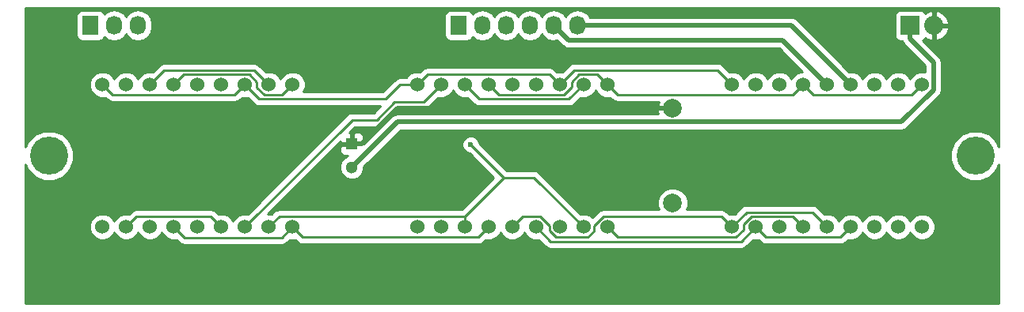
<source format=gtl>
G04 #@! TF.FileFunction,Copper,L1,Top,Signal*
%FSLAX46Y46*%
G04 Gerber Fmt 4.6, Leading zero omitted, Abs format (unit mm)*
G04 Created by KiCad (PCBNEW (2015-07-22 BZR 5980)-product) date Thursday, August 27, 2015 'AMt' 07:54:42 AM*
%MOMM*%
G01*
G04 APERTURE LIST*
%ADD10C,0.100000*%
%ADD11R,1.300000X1.300000*%
%ADD12C,1.300000*%
%ADD13R,1.727200X2.032000*%
%ADD14O,1.727200X2.032000*%
%ADD15R,2.032000X2.032000*%
%ADD16O,2.032000X2.032000*%
%ADD17C,4.064000*%
%ADD18C,1.998980*%
%ADD19C,1.524000*%
%ADD20C,0.600000*%
%ADD21C,0.250000*%
%ADD22C,0.500000*%
%ADD23C,0.254000*%
G04 APERTURE END LIST*
D10*
D11*
X114300000Y-106680000D03*
D12*
X114300000Y-109180000D03*
D13*
X86360000Y-93980000D03*
D14*
X88900000Y-93980000D03*
X91440000Y-93980000D03*
D13*
X125730000Y-93980000D03*
D14*
X128270000Y-93980000D03*
X130810000Y-93980000D03*
X133350000Y-93980000D03*
X135890000Y-93980000D03*
X138430000Y-93980000D03*
D15*
X173990000Y-93980000D03*
D16*
X176530000Y-93980000D03*
D17*
X180975000Y-107950000D03*
X81915000Y-107950000D03*
D18*
X148590000Y-102870000D03*
X148590000Y-113030000D03*
D19*
X87630000Y-115570000D03*
X90170000Y-115570000D03*
X92710000Y-115570000D03*
X95250000Y-115570000D03*
X97790000Y-115570000D03*
X100330000Y-115570000D03*
X102870000Y-115570000D03*
X105410000Y-115570000D03*
X107950000Y-115570000D03*
X107950000Y-100330000D03*
X105410000Y-100330000D03*
X102870000Y-100330000D03*
X100330000Y-100330000D03*
X97790000Y-100330000D03*
X95250000Y-100330000D03*
X92710000Y-100330000D03*
X90170000Y-100330000D03*
X87630000Y-100330000D03*
X121285000Y-115570000D03*
X123825000Y-115570000D03*
X126365000Y-115570000D03*
X128905000Y-115570000D03*
X131445000Y-115570000D03*
X133985000Y-115570000D03*
X136525000Y-115570000D03*
X139065000Y-115570000D03*
X141605000Y-115570000D03*
X141605000Y-100330000D03*
X139065000Y-100330000D03*
X136525000Y-100330000D03*
X133985000Y-100330000D03*
X131445000Y-100330000D03*
X128905000Y-100330000D03*
X126365000Y-100330000D03*
X123825000Y-100330000D03*
X121285000Y-100330000D03*
X154940000Y-115570000D03*
X157480000Y-115570000D03*
X160020000Y-115570000D03*
X162560000Y-115570000D03*
X165100000Y-115570000D03*
X167640000Y-115570000D03*
X170180000Y-115570000D03*
X172720000Y-115570000D03*
X175260000Y-115570000D03*
X175260000Y-100330000D03*
X172720000Y-100330000D03*
X170180000Y-100330000D03*
X167640000Y-100330000D03*
X165100000Y-100330000D03*
X162560000Y-100330000D03*
X160020000Y-100330000D03*
X157480000Y-100330000D03*
X154940000Y-100330000D03*
D20*
X127019400Y-106759100D03*
D21*
X156499300Y-114010700D02*
X154940000Y-115570000D01*
X163540700Y-114010700D02*
X156499300Y-114010700D01*
X165100000Y-115570000D02*
X163540700Y-114010700D01*
X132532400Y-114482600D02*
X131445000Y-115570000D01*
X134457300Y-114482600D02*
X132532400Y-114482600D01*
X135414300Y-115439600D02*
X134457300Y-114482600D01*
X135414300Y-115997100D02*
X135414300Y-115439600D01*
X136112800Y-116695600D02*
X135414300Y-115997100D01*
X139540100Y-116695600D02*
X136112800Y-116695600D01*
X140152400Y-116083300D02*
X139540100Y-116695600D01*
X140152400Y-115475000D02*
X140152400Y-116083300D01*
X141166100Y-114461300D02*
X140152400Y-115475000D01*
X153831300Y-114461300D02*
X141166100Y-114461300D01*
X154940000Y-115570000D02*
X153831300Y-114461300D01*
X91263100Y-114476900D02*
X90170000Y-115570000D01*
X99236900Y-114476900D02*
X91263100Y-114476900D01*
X100330000Y-115570000D02*
X99236900Y-114476900D01*
X158599500Y-116689500D02*
X157480000Y-115570000D01*
X166520500Y-116689500D02*
X158599500Y-116689500D01*
X167640000Y-115570000D02*
X166520500Y-116689500D01*
X155902500Y-117147500D02*
X157480000Y-115570000D01*
X135562500Y-117147500D02*
X155902500Y-117147500D01*
X133985000Y-115570000D02*
X135562500Y-117147500D01*
X127019400Y-106759100D02*
X130526900Y-110266600D01*
X133761600Y-110266600D02*
X139065000Y-115570000D01*
X130526900Y-110266600D02*
X133761600Y-110266600D01*
X106539600Y-114440400D02*
X105410000Y-115570000D01*
X126365000Y-114440400D02*
X106539600Y-114440400D01*
X126365000Y-114428500D02*
X126365000Y-114440400D01*
X130526900Y-110266600D02*
X126365000Y-114428500D01*
X126365000Y-114440400D02*
X126365000Y-115570000D01*
X161451100Y-114461100D02*
X162560000Y-115570000D01*
X157035700Y-114461100D02*
X161451100Y-114461100D01*
X156210000Y-115286800D02*
X157035700Y-114461100D01*
X156210000Y-115870000D02*
X156210000Y-115286800D01*
X155384400Y-116695600D02*
X156210000Y-115870000D01*
X142730600Y-116695600D02*
X155384400Y-116695600D01*
X141605000Y-115570000D02*
X142730600Y-116695600D01*
X109060300Y-116680300D02*
X107950000Y-115570000D01*
X127794700Y-116680300D02*
X109060300Y-116680300D01*
X128905000Y-115570000D02*
X127794700Y-116680300D01*
X96397400Y-116717400D02*
X95250000Y-115570000D01*
X106802600Y-116717400D02*
X96397400Y-116717400D01*
X107950000Y-115570000D02*
X106802600Y-116717400D01*
X114339300Y-104100700D02*
X102870000Y-115570000D01*
X116980900Y-104100700D02*
X114339300Y-104100700D01*
X118875800Y-102205800D02*
X116980900Y-104100700D01*
X121949200Y-102205800D02*
X118875800Y-102205800D01*
X123825000Y-100330000D02*
X121949200Y-102205800D01*
X140495600Y-99220600D02*
X141605000Y-100330000D01*
X138610900Y-99220600D02*
X140495600Y-99220600D01*
X137795000Y-100036500D02*
X138610900Y-99220600D01*
X137795000Y-100604500D02*
X137795000Y-100036500D01*
X136969000Y-101430500D02*
X137795000Y-100604500D01*
X130005500Y-101430500D02*
X136969000Y-101430500D01*
X128905000Y-100330000D02*
X130005500Y-101430500D01*
X142702800Y-101427800D02*
X141605000Y-100330000D01*
X161462200Y-101427800D02*
X142702800Y-101427800D01*
X162560000Y-100330000D02*
X161462200Y-101427800D01*
X174161200Y-101428800D02*
X175260000Y-100330000D01*
X163658800Y-101428800D02*
X174161200Y-101428800D01*
X162560000Y-100330000D02*
X163658800Y-101428800D01*
X96341800Y-99238200D02*
X95250000Y-100330000D01*
X103331400Y-99238200D02*
X96341800Y-99238200D01*
X104140000Y-100046800D02*
X103331400Y-99238200D01*
X104140000Y-100630000D02*
X104140000Y-100046800D01*
X104935700Y-101425700D02*
X104140000Y-100630000D01*
X106854300Y-101425700D02*
X104935700Y-101425700D01*
X107950000Y-100330000D02*
X106854300Y-101425700D01*
X137514200Y-101880800D02*
X139065000Y-100330000D01*
X127915800Y-101880800D02*
X137514200Y-101880800D01*
X126365000Y-100330000D02*
X127915800Y-101880800D01*
X94252200Y-98787800D02*
X92710000Y-100330000D01*
X103867800Y-98787800D02*
X94252200Y-98787800D01*
X105410000Y-100330000D02*
X103867800Y-98787800D01*
X88729800Y-101429800D02*
X87630000Y-100330000D01*
X101770200Y-101429800D02*
X88729800Y-101429800D01*
X102870000Y-100330000D02*
X101770200Y-101429800D01*
X104416100Y-101876100D02*
X102870000Y-100330000D01*
X117933000Y-101876100D02*
X104416100Y-101876100D01*
X119479100Y-100330000D02*
X117933000Y-101876100D01*
X121285000Y-100330000D02*
X119479100Y-100330000D01*
X135433400Y-99238400D02*
X136525000Y-100330000D01*
X122376600Y-99238400D02*
X135433400Y-99238400D01*
X121285000Y-100330000D02*
X122376600Y-99238400D01*
X153379100Y-98769100D02*
X154940000Y-100330000D01*
X138085900Y-98769100D02*
X153379100Y-98769100D01*
X136525000Y-100330000D02*
X138085900Y-98769100D01*
D22*
X161290000Y-93980000D02*
X138430000Y-93980000D01*
X167640000Y-100330000D02*
X161290000Y-93980000D01*
X137485000Y-95575000D02*
X135890000Y-93980000D01*
X160345000Y-95575000D02*
X137485000Y-95575000D01*
X165100000Y-100330000D02*
X160345000Y-95575000D01*
X119210300Y-102870000D02*
X115400300Y-106680000D01*
X148590000Y-102870000D02*
X119210300Y-102870000D01*
X114300000Y-106680000D02*
X115400300Y-106680000D01*
X176480600Y-97936900D02*
X173990000Y-95446300D01*
X176480600Y-100883800D02*
X176480600Y-97936900D01*
X173044500Y-104319900D02*
X176480600Y-100883800D01*
X119160100Y-104319900D02*
X173044500Y-104319900D01*
X114300000Y-109180000D02*
X119160100Y-104319900D01*
X173990000Y-93980000D02*
X173990000Y-95446300D01*
D23*
G36*
X183465000Y-106992337D02*
X183237291Y-106441239D01*
X182487707Y-105690345D01*
X181507827Y-105283464D01*
X180446828Y-105282538D01*
X179466239Y-105687709D01*
X178715345Y-106437293D01*
X178308464Y-107417173D01*
X178307538Y-108478172D01*
X178712709Y-109458761D01*
X179462293Y-110209655D01*
X180442173Y-110616536D01*
X181503172Y-110617462D01*
X182483761Y-110212291D01*
X183234655Y-109462707D01*
X183465000Y-108907974D01*
X183465000Y-123775000D01*
X79425000Y-123775000D01*
X79425000Y-108907663D01*
X79652709Y-109458761D01*
X80402293Y-110209655D01*
X81382173Y-110616536D01*
X82443172Y-110617462D01*
X83423761Y-110212291D01*
X84174655Y-109462707D01*
X84581536Y-108482827D01*
X84582462Y-107421828D01*
X84177291Y-106441239D01*
X83427707Y-105690345D01*
X82447827Y-105283464D01*
X81386828Y-105282538D01*
X80406239Y-105687709D01*
X79655345Y-106437293D01*
X79425000Y-106992026D01*
X79425000Y-100606661D01*
X86232758Y-100606661D01*
X86444990Y-101120303D01*
X86837630Y-101513629D01*
X87350900Y-101726757D01*
X87906661Y-101727242D01*
X87939055Y-101713857D01*
X88192399Y-101967201D01*
X88438961Y-102131948D01*
X88729800Y-102189800D01*
X101770200Y-102189800D01*
X102061039Y-102131948D01*
X102307601Y-101967201D01*
X102560619Y-101714183D01*
X102590900Y-101726757D01*
X103146661Y-101727242D01*
X103179055Y-101713857D01*
X103878699Y-102413501D01*
X104125261Y-102578248D01*
X104416100Y-102636100D01*
X117370698Y-102636100D01*
X116666098Y-103340700D01*
X114339300Y-103340700D01*
X114048461Y-103398552D01*
X113801899Y-103563299D01*
X103179381Y-114185817D01*
X103149100Y-114173243D01*
X102593339Y-114172758D01*
X102079697Y-114384990D01*
X101686371Y-114777630D01*
X101600051Y-114985512D01*
X101515010Y-114779697D01*
X101122370Y-114386371D01*
X100609100Y-114173243D01*
X100053339Y-114172758D01*
X100020945Y-114186143D01*
X99774301Y-113939499D01*
X99527739Y-113774752D01*
X99236900Y-113716900D01*
X91263100Y-113716900D01*
X90972261Y-113774752D01*
X90725699Y-113939499D01*
X90479381Y-114185817D01*
X90449100Y-114173243D01*
X89893339Y-114172758D01*
X89379697Y-114384990D01*
X88986371Y-114777630D01*
X88900051Y-114985512D01*
X88815010Y-114779697D01*
X88422370Y-114386371D01*
X87909100Y-114173243D01*
X87353339Y-114172758D01*
X86839697Y-114384990D01*
X86446371Y-114777630D01*
X86233243Y-115290900D01*
X86232758Y-115846661D01*
X86444990Y-116360303D01*
X86837630Y-116753629D01*
X87350900Y-116966757D01*
X87906661Y-116967242D01*
X88420303Y-116755010D01*
X88813629Y-116362370D01*
X88899949Y-116154488D01*
X88984990Y-116360303D01*
X89377630Y-116753629D01*
X89890900Y-116966757D01*
X90446661Y-116967242D01*
X90960303Y-116755010D01*
X91353629Y-116362370D01*
X91439949Y-116154488D01*
X91524990Y-116360303D01*
X91917630Y-116753629D01*
X92430900Y-116966757D01*
X92986661Y-116967242D01*
X93500303Y-116755010D01*
X93893629Y-116362370D01*
X93979949Y-116154488D01*
X94064990Y-116360303D01*
X94457630Y-116753629D01*
X94970900Y-116966757D01*
X95526661Y-116967242D01*
X95559055Y-116953857D01*
X95859999Y-117254801D01*
X96106561Y-117419548D01*
X96397400Y-117477400D01*
X106802600Y-117477400D01*
X107093439Y-117419548D01*
X107340001Y-117254801D01*
X107640619Y-116954183D01*
X107670900Y-116966757D01*
X108226661Y-116967242D01*
X108259055Y-116953857D01*
X108522899Y-117217701D01*
X108769460Y-117382448D01*
X109060300Y-117440300D01*
X127794700Y-117440300D01*
X128085539Y-117382448D01*
X128332101Y-117217701D01*
X128595619Y-116954183D01*
X128625900Y-116966757D01*
X129181661Y-116967242D01*
X129695303Y-116755010D01*
X130088629Y-116362370D01*
X130174949Y-116154488D01*
X130259990Y-116360303D01*
X130652630Y-116753629D01*
X131165900Y-116966757D01*
X131721661Y-116967242D01*
X132235303Y-116755010D01*
X132628629Y-116362370D01*
X132714949Y-116154488D01*
X132799990Y-116360303D01*
X133192630Y-116753629D01*
X133705900Y-116966757D01*
X134261661Y-116967242D01*
X134294055Y-116953857D01*
X135025099Y-117684901D01*
X135271661Y-117849648D01*
X135562500Y-117907500D01*
X155902500Y-117907500D01*
X156193339Y-117849648D01*
X156439901Y-117684901D01*
X157170619Y-116954183D01*
X157200900Y-116966757D01*
X157756661Y-116967242D01*
X157789055Y-116953857D01*
X158062099Y-117226901D01*
X158308661Y-117391648D01*
X158599500Y-117449500D01*
X166520500Y-117449500D01*
X166811339Y-117391648D01*
X167057901Y-117226901D01*
X167330619Y-116954183D01*
X167360900Y-116966757D01*
X167916661Y-116967242D01*
X168430303Y-116755010D01*
X168823629Y-116362370D01*
X168909949Y-116154488D01*
X168994990Y-116360303D01*
X169387630Y-116753629D01*
X169900900Y-116966757D01*
X170456661Y-116967242D01*
X170970303Y-116755010D01*
X171363629Y-116362370D01*
X171449949Y-116154488D01*
X171534990Y-116360303D01*
X171927630Y-116753629D01*
X172440900Y-116966757D01*
X172996661Y-116967242D01*
X173510303Y-116755010D01*
X173903629Y-116362370D01*
X173989949Y-116154488D01*
X174074990Y-116360303D01*
X174467630Y-116753629D01*
X174980900Y-116966757D01*
X175536661Y-116967242D01*
X176050303Y-116755010D01*
X176443629Y-116362370D01*
X176656757Y-115849100D01*
X176657242Y-115293339D01*
X176445010Y-114779697D01*
X176052370Y-114386371D01*
X175539100Y-114173243D01*
X174983339Y-114172758D01*
X174469697Y-114384990D01*
X174076371Y-114777630D01*
X173990051Y-114985512D01*
X173905010Y-114779697D01*
X173512370Y-114386371D01*
X172999100Y-114173243D01*
X172443339Y-114172758D01*
X171929697Y-114384990D01*
X171536371Y-114777630D01*
X171450051Y-114985512D01*
X171365010Y-114779697D01*
X170972370Y-114386371D01*
X170459100Y-114173243D01*
X169903339Y-114172758D01*
X169389697Y-114384990D01*
X168996371Y-114777630D01*
X168910051Y-114985512D01*
X168825010Y-114779697D01*
X168432370Y-114386371D01*
X167919100Y-114173243D01*
X167363339Y-114172758D01*
X166849697Y-114384990D01*
X166456371Y-114777630D01*
X166370051Y-114985512D01*
X166285010Y-114779697D01*
X165892370Y-114386371D01*
X165379100Y-114173243D01*
X164823339Y-114172758D01*
X164790945Y-114186143D01*
X164078101Y-113473299D01*
X163831539Y-113308552D01*
X163540700Y-113250700D01*
X156499300Y-113250700D01*
X156208460Y-113308552D01*
X155961899Y-113473299D01*
X155249381Y-114185817D01*
X155219100Y-114173243D01*
X154663339Y-114172758D01*
X154630945Y-114186143D01*
X154368701Y-113923899D01*
X154122139Y-113759152D01*
X153831300Y-113701300D01*
X150081052Y-113701300D01*
X150224206Y-113356547D01*
X150224774Y-112706306D01*
X149976462Y-112105345D01*
X149517073Y-111645154D01*
X148916547Y-111395794D01*
X148266306Y-111395226D01*
X147665345Y-111643538D01*
X147205154Y-112102927D01*
X146955794Y-112703453D01*
X146955226Y-113353694D01*
X147098854Y-113701300D01*
X141166100Y-113701300D01*
X140875260Y-113759152D01*
X140628699Y-113923899D01*
X140011664Y-114540934D01*
X139857370Y-114386371D01*
X139344100Y-114173243D01*
X138788339Y-114172758D01*
X138755945Y-114186143D01*
X134299001Y-109729199D01*
X134052439Y-109564452D01*
X133761600Y-109506600D01*
X130841702Y-109506600D01*
X127954522Y-106619420D01*
X127954562Y-106573933D01*
X127812517Y-106230157D01*
X127549727Y-105966908D01*
X127206199Y-105824262D01*
X126834233Y-105823938D01*
X126490457Y-105965983D01*
X126227208Y-106228773D01*
X126084562Y-106572301D01*
X126084238Y-106944267D01*
X126226283Y-107288043D01*
X126489073Y-107551292D01*
X126832601Y-107693938D01*
X126879477Y-107693979D01*
X129452098Y-110266600D01*
X126038298Y-113680400D01*
X106539600Y-113680400D01*
X106248761Y-113738252D01*
X106002199Y-113902999D01*
X105719381Y-114185817D01*
X105689100Y-114173243D01*
X105341862Y-114172940D01*
X113067776Y-106447026D01*
X113173750Y-106553000D01*
X114173000Y-106553000D01*
X114173000Y-105553750D01*
X114067026Y-105447776D01*
X114654102Y-104860700D01*
X116980900Y-104860700D01*
X117271739Y-104802848D01*
X117518301Y-104638101D01*
X119190602Y-102965800D01*
X121949200Y-102965800D01*
X122240039Y-102907948D01*
X122486601Y-102743201D01*
X123515619Y-101714183D01*
X123545900Y-101726757D01*
X124101661Y-101727242D01*
X124615303Y-101515010D01*
X125008629Y-101122370D01*
X125094949Y-100914488D01*
X125179990Y-101120303D01*
X125572630Y-101513629D01*
X126085900Y-101726757D01*
X126641661Y-101727242D01*
X126674055Y-101713857D01*
X127378399Y-102418201D01*
X127624960Y-102582948D01*
X127915800Y-102640800D01*
X137514200Y-102640800D01*
X137805039Y-102582948D01*
X138051601Y-102418201D01*
X138755619Y-101714183D01*
X138785900Y-101726757D01*
X139341661Y-101727242D01*
X139855303Y-101515010D01*
X140248629Y-101122370D01*
X140334949Y-100914488D01*
X140419990Y-101120303D01*
X140812630Y-101513629D01*
X141325900Y-101726757D01*
X141881661Y-101727242D01*
X141914055Y-101713857D01*
X142165399Y-101965201D01*
X142411961Y-102129948D01*
X142702800Y-102187800D01*
X147099799Y-102187800D01*
X146944599Y-102605582D01*
X146968659Y-103255377D01*
X147043020Y-103434900D01*
X119160100Y-103434900D01*
X118821425Y-103502267D01*
X118534310Y-103694110D01*
X118534308Y-103694113D01*
X115585000Y-106643420D01*
X115585000Y-106552998D01*
X115426252Y-106552998D01*
X115585000Y-106394250D01*
X115585000Y-105903691D01*
X115488327Y-105670302D01*
X115309699Y-105491673D01*
X115076310Y-105395000D01*
X114585750Y-105395000D01*
X114427000Y-105553750D01*
X114427000Y-106553000D01*
X114447000Y-106553000D01*
X114447000Y-106807000D01*
X114427000Y-106807000D01*
X114427000Y-106827000D01*
X114173000Y-106827000D01*
X114173000Y-106807000D01*
X113173750Y-106807000D01*
X113015000Y-106965750D01*
X113015000Y-107456309D01*
X113111673Y-107689698D01*
X113290301Y-107868327D01*
X113523690Y-107965000D01*
X113875567Y-107965000D01*
X113573057Y-108089995D01*
X113211265Y-108451155D01*
X113015223Y-108923276D01*
X113014777Y-109434481D01*
X113209995Y-109906943D01*
X113571155Y-110268735D01*
X114043276Y-110464777D01*
X114554481Y-110465223D01*
X115026943Y-110270005D01*
X115388735Y-109908845D01*
X115584777Y-109436724D01*
X115585030Y-109146550D01*
X119526679Y-105204900D01*
X173044495Y-105204900D01*
X173044500Y-105204901D01*
X173326984Y-105148710D01*
X173383175Y-105137533D01*
X173670290Y-104945690D01*
X177106387Y-101509592D01*
X177106390Y-101509590D01*
X177298233Y-101222475D01*
X177315661Y-101134861D01*
X177365601Y-100883800D01*
X177365600Y-100883795D01*
X177365600Y-97936900D01*
X177298233Y-97598225D01*
X177106390Y-97311110D01*
X177106387Y-97311108D01*
X175334803Y-95539523D01*
X175460927Y-95456673D01*
X175568738Y-95296957D01*
X175665182Y-95386385D01*
X176147056Y-95585975D01*
X176403000Y-95466836D01*
X176403000Y-94107000D01*
X176657000Y-94107000D01*
X176657000Y-95466836D01*
X176912944Y-95585975D01*
X177394818Y-95386385D01*
X177867188Y-94948379D01*
X178135983Y-94362946D01*
X178017367Y-94107000D01*
X176657000Y-94107000D01*
X176403000Y-94107000D01*
X176403000Y-94107000D01*
X176383000Y-94107000D01*
X176383000Y-93853000D01*
X176403000Y-93853000D01*
X176403000Y-92493164D01*
X176657000Y-92493164D01*
X176657000Y-93853000D01*
X178017367Y-93853000D01*
X178135983Y-93597054D01*
X177867188Y-93011621D01*
X177394818Y-92573615D01*
X176912944Y-92374025D01*
X176657000Y-92493164D01*
X176403000Y-92493164D01*
X176403000Y-92493164D01*
X176147056Y-92374025D01*
X175665182Y-92573615D01*
X175568164Y-92663575D01*
X175466673Y-92509073D01*
X175255640Y-92366623D01*
X175006000Y-92316560D01*
X172974000Y-92316560D01*
X172731877Y-92363537D01*
X172519073Y-92503327D01*
X172376623Y-92714360D01*
X172326560Y-92964000D01*
X172326560Y-94996000D01*
X172373537Y-95238123D01*
X172513327Y-95450927D01*
X172724360Y-95593377D01*
X172974000Y-95643440D01*
X173144213Y-95643440D01*
X173148173Y-95663345D01*
X173172367Y-95784975D01*
X173258361Y-95913675D01*
X173364210Y-96072090D01*
X175595600Y-98303479D01*
X175595600Y-98956704D01*
X175539100Y-98933243D01*
X174983339Y-98932758D01*
X174469697Y-99144990D01*
X174076371Y-99537630D01*
X173990051Y-99745512D01*
X173905010Y-99539697D01*
X173512370Y-99146371D01*
X172999100Y-98933243D01*
X172443339Y-98932758D01*
X171929697Y-99144990D01*
X171536371Y-99537630D01*
X171450051Y-99745512D01*
X171365010Y-99539697D01*
X170972370Y-99146371D01*
X170459100Y-98933243D01*
X169903339Y-98932758D01*
X169389697Y-99144990D01*
X168996371Y-99537630D01*
X168910051Y-99745512D01*
X168825010Y-99539697D01*
X168432370Y-99146371D01*
X167919100Y-98933243D01*
X167494452Y-98932872D01*
X161915790Y-93354210D01*
X161717572Y-93221766D01*
X161628675Y-93162367D01*
X161572484Y-93151190D01*
X161290000Y-93094999D01*
X161289995Y-93095000D01*
X139729824Y-93095000D01*
X139489670Y-92735585D01*
X139003489Y-92410729D01*
X138430000Y-92296655D01*
X137856511Y-92410729D01*
X137370330Y-92735585D01*
X137160000Y-93050366D01*
X136949670Y-92735585D01*
X136463489Y-92410729D01*
X135890000Y-92296655D01*
X135316511Y-92410729D01*
X134830330Y-92735585D01*
X134620000Y-93050366D01*
X134409670Y-92735585D01*
X133923489Y-92410729D01*
X133350000Y-92296655D01*
X132776511Y-92410729D01*
X132290330Y-92735585D01*
X132080000Y-93050366D01*
X131869670Y-92735585D01*
X131383489Y-92410729D01*
X130810000Y-92296655D01*
X130236511Y-92410729D01*
X129750330Y-92735585D01*
X129540000Y-93050366D01*
X129329670Y-92735585D01*
X128843489Y-92410729D01*
X128270000Y-92296655D01*
X127696511Y-92410729D01*
X127210330Y-92735585D01*
X127199785Y-92751367D01*
X127194063Y-92721877D01*
X127054273Y-92509073D01*
X126843240Y-92366623D01*
X126593600Y-92316560D01*
X124866400Y-92316560D01*
X124624277Y-92363537D01*
X124411473Y-92503327D01*
X124269023Y-92714360D01*
X124218960Y-92964000D01*
X124218960Y-94996000D01*
X124265937Y-95238123D01*
X124405727Y-95450927D01*
X124616760Y-95593377D01*
X124866400Y-95643440D01*
X126593600Y-95643440D01*
X126835723Y-95596463D01*
X127048527Y-95456673D01*
X127190977Y-95245640D01*
X127198718Y-95207037D01*
X127210330Y-95224415D01*
X127696511Y-95549271D01*
X128270000Y-95663345D01*
X128843489Y-95549271D01*
X129329670Y-95224415D01*
X129540000Y-94909634D01*
X129750330Y-95224415D01*
X130236511Y-95549271D01*
X130810000Y-95663345D01*
X131383489Y-95549271D01*
X131869670Y-95224415D01*
X132080000Y-94909634D01*
X132290330Y-95224415D01*
X132776511Y-95549271D01*
X133350000Y-95663345D01*
X133923489Y-95549271D01*
X134409670Y-95224415D01*
X134620000Y-94909634D01*
X134830330Y-95224415D01*
X135316511Y-95549271D01*
X135890000Y-95663345D01*
X136250131Y-95591711D01*
X136859208Y-96200787D01*
X136859210Y-96200790D01*
X137146325Y-96392633D01*
X137202516Y-96403810D01*
X137485000Y-96460001D01*
X137485005Y-96460000D01*
X159978420Y-96460000D01*
X162451325Y-98932905D01*
X162283339Y-98932758D01*
X161769697Y-99144990D01*
X161376371Y-99537630D01*
X161290051Y-99745512D01*
X161205010Y-99539697D01*
X160812370Y-99146371D01*
X160299100Y-98933243D01*
X159743339Y-98932758D01*
X159229697Y-99144990D01*
X158836371Y-99537630D01*
X158750051Y-99745512D01*
X158665010Y-99539697D01*
X158272370Y-99146371D01*
X157759100Y-98933243D01*
X157203339Y-98932758D01*
X156689697Y-99144990D01*
X156296371Y-99537630D01*
X156210051Y-99745512D01*
X156125010Y-99539697D01*
X155732370Y-99146371D01*
X155219100Y-98933243D01*
X154663339Y-98932758D01*
X154630945Y-98946143D01*
X153916501Y-98231699D01*
X153669939Y-98066952D01*
X153379100Y-98009100D01*
X138085900Y-98009100D01*
X137795061Y-98066952D01*
X137548499Y-98231699D01*
X136834381Y-98945817D01*
X136804100Y-98933243D01*
X136248339Y-98932758D01*
X136215945Y-98946143D01*
X135970801Y-98700999D01*
X135724239Y-98536252D01*
X135433400Y-98478400D01*
X122376600Y-98478400D01*
X122085761Y-98536252D01*
X121839199Y-98700999D01*
X121594381Y-98945817D01*
X121564100Y-98933243D01*
X121008339Y-98932758D01*
X120494697Y-99144990D01*
X120101371Y-99537630D01*
X120087930Y-99570000D01*
X119479100Y-99570000D01*
X119188261Y-99627852D01*
X118941699Y-99792599D01*
X117618198Y-101116100D01*
X109136233Y-101116100D01*
X109346757Y-100609100D01*
X109347242Y-100053339D01*
X109135010Y-99539697D01*
X108742370Y-99146371D01*
X108229100Y-98933243D01*
X107673339Y-98932758D01*
X107159697Y-99144990D01*
X106766371Y-99537630D01*
X106680051Y-99745512D01*
X106595010Y-99539697D01*
X106202370Y-99146371D01*
X105689100Y-98933243D01*
X105133339Y-98932758D01*
X105100945Y-98946143D01*
X104405201Y-98250399D01*
X104158639Y-98085652D01*
X103867800Y-98027800D01*
X94252200Y-98027800D01*
X93961361Y-98085652D01*
X93714799Y-98250399D01*
X93019381Y-98945817D01*
X92989100Y-98933243D01*
X92433339Y-98932758D01*
X91919697Y-99144990D01*
X91526371Y-99537630D01*
X91440051Y-99745512D01*
X91355010Y-99539697D01*
X90962370Y-99146371D01*
X90449100Y-98933243D01*
X89893339Y-98932758D01*
X89379697Y-99144990D01*
X88986371Y-99537630D01*
X88900051Y-99745512D01*
X88815010Y-99539697D01*
X88422370Y-99146371D01*
X87909100Y-98933243D01*
X87353339Y-98932758D01*
X86839697Y-99144990D01*
X86446371Y-99537630D01*
X86233243Y-100050900D01*
X86232758Y-100606661D01*
X79425000Y-100606661D01*
X79425000Y-92964000D01*
X84848960Y-92964000D01*
X84848960Y-94996000D01*
X84895937Y-95238123D01*
X85035727Y-95450927D01*
X85246760Y-95593377D01*
X85496400Y-95643440D01*
X87223600Y-95643440D01*
X87465723Y-95596463D01*
X87678527Y-95456673D01*
X87820977Y-95245640D01*
X87828718Y-95207037D01*
X87840330Y-95224415D01*
X88326511Y-95549271D01*
X88900000Y-95663345D01*
X89473489Y-95549271D01*
X89959670Y-95224415D01*
X90170000Y-94909634D01*
X90380330Y-95224415D01*
X90866511Y-95549271D01*
X91440000Y-95663345D01*
X92013489Y-95549271D01*
X92499670Y-95224415D01*
X92824526Y-94738234D01*
X92938600Y-94164745D01*
X92938600Y-93795255D01*
X92824526Y-93221766D01*
X92499670Y-92735585D01*
X92013489Y-92410729D01*
X91440000Y-92296655D01*
X90866511Y-92410729D01*
X90380330Y-92735585D01*
X90170000Y-93050366D01*
X89959670Y-92735585D01*
X89473489Y-92410729D01*
X88900000Y-92296655D01*
X88326511Y-92410729D01*
X87840330Y-92735585D01*
X87829785Y-92751367D01*
X87824063Y-92721877D01*
X87684273Y-92509073D01*
X87473240Y-92366623D01*
X87223600Y-92316560D01*
X85496400Y-92316560D01*
X85254277Y-92363537D01*
X85041473Y-92503327D01*
X84899023Y-92714360D01*
X84848960Y-92964000D01*
X79425000Y-92964000D01*
X79425000Y-92125000D01*
X183465000Y-92125000D01*
X183465000Y-106992337D01*
X183465000Y-106992337D01*
G37*
X183465000Y-106992337D02*
X183237291Y-106441239D01*
X182487707Y-105690345D01*
X181507827Y-105283464D01*
X180446828Y-105282538D01*
X179466239Y-105687709D01*
X178715345Y-106437293D01*
X178308464Y-107417173D01*
X178307538Y-108478172D01*
X178712709Y-109458761D01*
X179462293Y-110209655D01*
X180442173Y-110616536D01*
X181503172Y-110617462D01*
X182483761Y-110212291D01*
X183234655Y-109462707D01*
X183465000Y-108907974D01*
X183465000Y-123775000D01*
X79425000Y-123775000D01*
X79425000Y-108907663D01*
X79652709Y-109458761D01*
X80402293Y-110209655D01*
X81382173Y-110616536D01*
X82443172Y-110617462D01*
X83423761Y-110212291D01*
X84174655Y-109462707D01*
X84581536Y-108482827D01*
X84582462Y-107421828D01*
X84177291Y-106441239D01*
X83427707Y-105690345D01*
X82447827Y-105283464D01*
X81386828Y-105282538D01*
X80406239Y-105687709D01*
X79655345Y-106437293D01*
X79425000Y-106992026D01*
X79425000Y-100606661D01*
X86232758Y-100606661D01*
X86444990Y-101120303D01*
X86837630Y-101513629D01*
X87350900Y-101726757D01*
X87906661Y-101727242D01*
X87939055Y-101713857D01*
X88192399Y-101967201D01*
X88438961Y-102131948D01*
X88729800Y-102189800D01*
X101770200Y-102189800D01*
X102061039Y-102131948D01*
X102307601Y-101967201D01*
X102560619Y-101714183D01*
X102590900Y-101726757D01*
X103146661Y-101727242D01*
X103179055Y-101713857D01*
X103878699Y-102413501D01*
X104125261Y-102578248D01*
X104416100Y-102636100D01*
X117370698Y-102636100D01*
X116666098Y-103340700D01*
X114339300Y-103340700D01*
X114048461Y-103398552D01*
X113801899Y-103563299D01*
X103179381Y-114185817D01*
X103149100Y-114173243D01*
X102593339Y-114172758D01*
X102079697Y-114384990D01*
X101686371Y-114777630D01*
X101600051Y-114985512D01*
X101515010Y-114779697D01*
X101122370Y-114386371D01*
X100609100Y-114173243D01*
X100053339Y-114172758D01*
X100020945Y-114186143D01*
X99774301Y-113939499D01*
X99527739Y-113774752D01*
X99236900Y-113716900D01*
X91263100Y-113716900D01*
X90972261Y-113774752D01*
X90725699Y-113939499D01*
X90479381Y-114185817D01*
X90449100Y-114173243D01*
X89893339Y-114172758D01*
X89379697Y-114384990D01*
X88986371Y-114777630D01*
X88900051Y-114985512D01*
X88815010Y-114779697D01*
X88422370Y-114386371D01*
X87909100Y-114173243D01*
X87353339Y-114172758D01*
X86839697Y-114384990D01*
X86446371Y-114777630D01*
X86233243Y-115290900D01*
X86232758Y-115846661D01*
X86444990Y-116360303D01*
X86837630Y-116753629D01*
X87350900Y-116966757D01*
X87906661Y-116967242D01*
X88420303Y-116755010D01*
X88813629Y-116362370D01*
X88899949Y-116154488D01*
X88984990Y-116360303D01*
X89377630Y-116753629D01*
X89890900Y-116966757D01*
X90446661Y-116967242D01*
X90960303Y-116755010D01*
X91353629Y-116362370D01*
X91439949Y-116154488D01*
X91524990Y-116360303D01*
X91917630Y-116753629D01*
X92430900Y-116966757D01*
X92986661Y-116967242D01*
X93500303Y-116755010D01*
X93893629Y-116362370D01*
X93979949Y-116154488D01*
X94064990Y-116360303D01*
X94457630Y-116753629D01*
X94970900Y-116966757D01*
X95526661Y-116967242D01*
X95559055Y-116953857D01*
X95859999Y-117254801D01*
X96106561Y-117419548D01*
X96397400Y-117477400D01*
X106802600Y-117477400D01*
X107093439Y-117419548D01*
X107340001Y-117254801D01*
X107640619Y-116954183D01*
X107670900Y-116966757D01*
X108226661Y-116967242D01*
X108259055Y-116953857D01*
X108522899Y-117217701D01*
X108769460Y-117382448D01*
X109060300Y-117440300D01*
X127794700Y-117440300D01*
X128085539Y-117382448D01*
X128332101Y-117217701D01*
X128595619Y-116954183D01*
X128625900Y-116966757D01*
X129181661Y-116967242D01*
X129695303Y-116755010D01*
X130088629Y-116362370D01*
X130174949Y-116154488D01*
X130259990Y-116360303D01*
X130652630Y-116753629D01*
X131165900Y-116966757D01*
X131721661Y-116967242D01*
X132235303Y-116755010D01*
X132628629Y-116362370D01*
X132714949Y-116154488D01*
X132799990Y-116360303D01*
X133192630Y-116753629D01*
X133705900Y-116966757D01*
X134261661Y-116967242D01*
X134294055Y-116953857D01*
X135025099Y-117684901D01*
X135271661Y-117849648D01*
X135562500Y-117907500D01*
X155902500Y-117907500D01*
X156193339Y-117849648D01*
X156439901Y-117684901D01*
X157170619Y-116954183D01*
X157200900Y-116966757D01*
X157756661Y-116967242D01*
X157789055Y-116953857D01*
X158062099Y-117226901D01*
X158308661Y-117391648D01*
X158599500Y-117449500D01*
X166520500Y-117449500D01*
X166811339Y-117391648D01*
X167057901Y-117226901D01*
X167330619Y-116954183D01*
X167360900Y-116966757D01*
X167916661Y-116967242D01*
X168430303Y-116755010D01*
X168823629Y-116362370D01*
X168909949Y-116154488D01*
X168994990Y-116360303D01*
X169387630Y-116753629D01*
X169900900Y-116966757D01*
X170456661Y-116967242D01*
X170970303Y-116755010D01*
X171363629Y-116362370D01*
X171449949Y-116154488D01*
X171534990Y-116360303D01*
X171927630Y-116753629D01*
X172440900Y-116966757D01*
X172996661Y-116967242D01*
X173510303Y-116755010D01*
X173903629Y-116362370D01*
X173989949Y-116154488D01*
X174074990Y-116360303D01*
X174467630Y-116753629D01*
X174980900Y-116966757D01*
X175536661Y-116967242D01*
X176050303Y-116755010D01*
X176443629Y-116362370D01*
X176656757Y-115849100D01*
X176657242Y-115293339D01*
X176445010Y-114779697D01*
X176052370Y-114386371D01*
X175539100Y-114173243D01*
X174983339Y-114172758D01*
X174469697Y-114384990D01*
X174076371Y-114777630D01*
X173990051Y-114985512D01*
X173905010Y-114779697D01*
X173512370Y-114386371D01*
X172999100Y-114173243D01*
X172443339Y-114172758D01*
X171929697Y-114384990D01*
X171536371Y-114777630D01*
X171450051Y-114985512D01*
X171365010Y-114779697D01*
X170972370Y-114386371D01*
X170459100Y-114173243D01*
X169903339Y-114172758D01*
X169389697Y-114384990D01*
X168996371Y-114777630D01*
X168910051Y-114985512D01*
X168825010Y-114779697D01*
X168432370Y-114386371D01*
X167919100Y-114173243D01*
X167363339Y-114172758D01*
X166849697Y-114384990D01*
X166456371Y-114777630D01*
X166370051Y-114985512D01*
X166285010Y-114779697D01*
X165892370Y-114386371D01*
X165379100Y-114173243D01*
X164823339Y-114172758D01*
X164790945Y-114186143D01*
X164078101Y-113473299D01*
X163831539Y-113308552D01*
X163540700Y-113250700D01*
X156499300Y-113250700D01*
X156208460Y-113308552D01*
X155961899Y-113473299D01*
X155249381Y-114185817D01*
X155219100Y-114173243D01*
X154663339Y-114172758D01*
X154630945Y-114186143D01*
X154368701Y-113923899D01*
X154122139Y-113759152D01*
X153831300Y-113701300D01*
X150081052Y-113701300D01*
X150224206Y-113356547D01*
X150224774Y-112706306D01*
X149976462Y-112105345D01*
X149517073Y-111645154D01*
X148916547Y-111395794D01*
X148266306Y-111395226D01*
X147665345Y-111643538D01*
X147205154Y-112102927D01*
X146955794Y-112703453D01*
X146955226Y-113353694D01*
X147098854Y-113701300D01*
X141166100Y-113701300D01*
X140875260Y-113759152D01*
X140628699Y-113923899D01*
X140011664Y-114540934D01*
X139857370Y-114386371D01*
X139344100Y-114173243D01*
X138788339Y-114172758D01*
X138755945Y-114186143D01*
X134299001Y-109729199D01*
X134052439Y-109564452D01*
X133761600Y-109506600D01*
X130841702Y-109506600D01*
X127954522Y-106619420D01*
X127954562Y-106573933D01*
X127812517Y-106230157D01*
X127549727Y-105966908D01*
X127206199Y-105824262D01*
X126834233Y-105823938D01*
X126490457Y-105965983D01*
X126227208Y-106228773D01*
X126084562Y-106572301D01*
X126084238Y-106944267D01*
X126226283Y-107288043D01*
X126489073Y-107551292D01*
X126832601Y-107693938D01*
X126879477Y-107693979D01*
X129452098Y-110266600D01*
X126038298Y-113680400D01*
X106539600Y-113680400D01*
X106248761Y-113738252D01*
X106002199Y-113902999D01*
X105719381Y-114185817D01*
X105689100Y-114173243D01*
X105341862Y-114172940D01*
X113067776Y-106447026D01*
X113173750Y-106553000D01*
X114173000Y-106553000D01*
X114173000Y-105553750D01*
X114067026Y-105447776D01*
X114654102Y-104860700D01*
X116980900Y-104860700D01*
X117271739Y-104802848D01*
X117518301Y-104638101D01*
X119190602Y-102965800D01*
X121949200Y-102965800D01*
X122240039Y-102907948D01*
X122486601Y-102743201D01*
X123515619Y-101714183D01*
X123545900Y-101726757D01*
X124101661Y-101727242D01*
X124615303Y-101515010D01*
X125008629Y-101122370D01*
X125094949Y-100914488D01*
X125179990Y-101120303D01*
X125572630Y-101513629D01*
X126085900Y-101726757D01*
X126641661Y-101727242D01*
X126674055Y-101713857D01*
X127378399Y-102418201D01*
X127624960Y-102582948D01*
X127915800Y-102640800D01*
X137514200Y-102640800D01*
X137805039Y-102582948D01*
X138051601Y-102418201D01*
X138755619Y-101714183D01*
X138785900Y-101726757D01*
X139341661Y-101727242D01*
X139855303Y-101515010D01*
X140248629Y-101122370D01*
X140334949Y-100914488D01*
X140419990Y-101120303D01*
X140812630Y-101513629D01*
X141325900Y-101726757D01*
X141881661Y-101727242D01*
X141914055Y-101713857D01*
X142165399Y-101965201D01*
X142411961Y-102129948D01*
X142702800Y-102187800D01*
X147099799Y-102187800D01*
X146944599Y-102605582D01*
X146968659Y-103255377D01*
X147043020Y-103434900D01*
X119160100Y-103434900D01*
X118821425Y-103502267D01*
X118534310Y-103694110D01*
X118534308Y-103694113D01*
X115585000Y-106643420D01*
X115585000Y-106552998D01*
X115426252Y-106552998D01*
X115585000Y-106394250D01*
X115585000Y-105903691D01*
X115488327Y-105670302D01*
X115309699Y-105491673D01*
X115076310Y-105395000D01*
X114585750Y-105395000D01*
X114427000Y-105553750D01*
X114427000Y-106553000D01*
X114447000Y-106553000D01*
X114447000Y-106807000D01*
X114427000Y-106807000D01*
X114427000Y-106827000D01*
X114173000Y-106827000D01*
X114173000Y-106807000D01*
X113173750Y-106807000D01*
X113015000Y-106965750D01*
X113015000Y-107456309D01*
X113111673Y-107689698D01*
X113290301Y-107868327D01*
X113523690Y-107965000D01*
X113875567Y-107965000D01*
X113573057Y-108089995D01*
X113211265Y-108451155D01*
X113015223Y-108923276D01*
X113014777Y-109434481D01*
X113209995Y-109906943D01*
X113571155Y-110268735D01*
X114043276Y-110464777D01*
X114554481Y-110465223D01*
X115026943Y-110270005D01*
X115388735Y-109908845D01*
X115584777Y-109436724D01*
X115585030Y-109146550D01*
X119526679Y-105204900D01*
X173044495Y-105204900D01*
X173044500Y-105204901D01*
X173326984Y-105148710D01*
X173383175Y-105137533D01*
X173670290Y-104945690D01*
X177106387Y-101509592D01*
X177106390Y-101509590D01*
X177298233Y-101222475D01*
X177315661Y-101134861D01*
X177365601Y-100883800D01*
X177365600Y-100883795D01*
X177365600Y-97936900D01*
X177298233Y-97598225D01*
X177106390Y-97311110D01*
X177106387Y-97311108D01*
X175334803Y-95539523D01*
X175460927Y-95456673D01*
X175568738Y-95296957D01*
X175665182Y-95386385D01*
X176147056Y-95585975D01*
X176403000Y-95466836D01*
X176403000Y-94107000D01*
X176657000Y-94107000D01*
X176657000Y-95466836D01*
X176912944Y-95585975D01*
X177394818Y-95386385D01*
X177867188Y-94948379D01*
X178135983Y-94362946D01*
X178017367Y-94107000D01*
X176657000Y-94107000D01*
X176403000Y-94107000D01*
X176403000Y-94107000D01*
X176383000Y-94107000D01*
X176383000Y-93853000D01*
X176403000Y-93853000D01*
X176403000Y-92493164D01*
X176657000Y-92493164D01*
X176657000Y-93853000D01*
X178017367Y-93853000D01*
X178135983Y-93597054D01*
X177867188Y-93011621D01*
X177394818Y-92573615D01*
X176912944Y-92374025D01*
X176657000Y-92493164D01*
X176403000Y-92493164D01*
X176403000Y-92493164D01*
X176147056Y-92374025D01*
X175665182Y-92573615D01*
X175568164Y-92663575D01*
X175466673Y-92509073D01*
X175255640Y-92366623D01*
X175006000Y-92316560D01*
X172974000Y-92316560D01*
X172731877Y-92363537D01*
X172519073Y-92503327D01*
X172376623Y-92714360D01*
X172326560Y-92964000D01*
X172326560Y-94996000D01*
X172373537Y-95238123D01*
X172513327Y-95450927D01*
X172724360Y-95593377D01*
X172974000Y-95643440D01*
X173144213Y-95643440D01*
X173148173Y-95663345D01*
X173172367Y-95784975D01*
X173258361Y-95913675D01*
X173364210Y-96072090D01*
X175595600Y-98303479D01*
X175595600Y-98956704D01*
X175539100Y-98933243D01*
X174983339Y-98932758D01*
X174469697Y-99144990D01*
X174076371Y-99537630D01*
X173990051Y-99745512D01*
X173905010Y-99539697D01*
X173512370Y-99146371D01*
X172999100Y-98933243D01*
X172443339Y-98932758D01*
X171929697Y-99144990D01*
X171536371Y-99537630D01*
X171450051Y-99745512D01*
X171365010Y-99539697D01*
X170972370Y-99146371D01*
X170459100Y-98933243D01*
X169903339Y-98932758D01*
X169389697Y-99144990D01*
X168996371Y-99537630D01*
X168910051Y-99745512D01*
X168825010Y-99539697D01*
X168432370Y-99146371D01*
X167919100Y-98933243D01*
X167494452Y-98932872D01*
X161915790Y-93354210D01*
X161717572Y-93221766D01*
X161628675Y-93162367D01*
X161572484Y-93151190D01*
X161290000Y-93094999D01*
X161289995Y-93095000D01*
X139729824Y-93095000D01*
X139489670Y-92735585D01*
X139003489Y-92410729D01*
X138430000Y-92296655D01*
X137856511Y-92410729D01*
X137370330Y-92735585D01*
X137160000Y-93050366D01*
X136949670Y-92735585D01*
X136463489Y-92410729D01*
X135890000Y-92296655D01*
X135316511Y-92410729D01*
X134830330Y-92735585D01*
X134620000Y-93050366D01*
X134409670Y-92735585D01*
X133923489Y-92410729D01*
X133350000Y-92296655D01*
X132776511Y-92410729D01*
X132290330Y-92735585D01*
X132080000Y-93050366D01*
X131869670Y-92735585D01*
X131383489Y-92410729D01*
X130810000Y-92296655D01*
X130236511Y-92410729D01*
X129750330Y-92735585D01*
X129540000Y-93050366D01*
X129329670Y-92735585D01*
X128843489Y-92410729D01*
X128270000Y-92296655D01*
X127696511Y-92410729D01*
X127210330Y-92735585D01*
X127199785Y-92751367D01*
X127194063Y-92721877D01*
X127054273Y-92509073D01*
X126843240Y-92366623D01*
X126593600Y-92316560D01*
X124866400Y-92316560D01*
X124624277Y-92363537D01*
X124411473Y-92503327D01*
X124269023Y-92714360D01*
X124218960Y-92964000D01*
X124218960Y-94996000D01*
X124265937Y-95238123D01*
X124405727Y-95450927D01*
X124616760Y-95593377D01*
X124866400Y-95643440D01*
X126593600Y-95643440D01*
X126835723Y-95596463D01*
X127048527Y-95456673D01*
X127190977Y-95245640D01*
X127198718Y-95207037D01*
X127210330Y-95224415D01*
X127696511Y-95549271D01*
X128270000Y-95663345D01*
X128843489Y-95549271D01*
X129329670Y-95224415D01*
X129540000Y-94909634D01*
X129750330Y-95224415D01*
X130236511Y-95549271D01*
X130810000Y-95663345D01*
X131383489Y-95549271D01*
X131869670Y-95224415D01*
X132080000Y-94909634D01*
X132290330Y-95224415D01*
X132776511Y-95549271D01*
X133350000Y-95663345D01*
X133923489Y-95549271D01*
X134409670Y-95224415D01*
X134620000Y-94909634D01*
X134830330Y-95224415D01*
X135316511Y-95549271D01*
X135890000Y-95663345D01*
X136250131Y-95591711D01*
X136859208Y-96200787D01*
X136859210Y-96200790D01*
X137146325Y-96392633D01*
X137202516Y-96403810D01*
X137485000Y-96460001D01*
X137485005Y-96460000D01*
X159978420Y-96460000D01*
X162451325Y-98932905D01*
X162283339Y-98932758D01*
X161769697Y-99144990D01*
X161376371Y-99537630D01*
X161290051Y-99745512D01*
X161205010Y-99539697D01*
X160812370Y-99146371D01*
X160299100Y-98933243D01*
X159743339Y-98932758D01*
X159229697Y-99144990D01*
X158836371Y-99537630D01*
X158750051Y-99745512D01*
X158665010Y-99539697D01*
X158272370Y-99146371D01*
X157759100Y-98933243D01*
X157203339Y-98932758D01*
X156689697Y-99144990D01*
X156296371Y-99537630D01*
X156210051Y-99745512D01*
X156125010Y-99539697D01*
X155732370Y-99146371D01*
X155219100Y-98933243D01*
X154663339Y-98932758D01*
X154630945Y-98946143D01*
X153916501Y-98231699D01*
X153669939Y-98066952D01*
X153379100Y-98009100D01*
X138085900Y-98009100D01*
X137795061Y-98066952D01*
X137548499Y-98231699D01*
X136834381Y-98945817D01*
X136804100Y-98933243D01*
X136248339Y-98932758D01*
X136215945Y-98946143D01*
X135970801Y-98700999D01*
X135724239Y-98536252D01*
X135433400Y-98478400D01*
X122376600Y-98478400D01*
X122085761Y-98536252D01*
X121839199Y-98700999D01*
X121594381Y-98945817D01*
X121564100Y-98933243D01*
X121008339Y-98932758D01*
X120494697Y-99144990D01*
X120101371Y-99537630D01*
X120087930Y-99570000D01*
X119479100Y-99570000D01*
X119188261Y-99627852D01*
X118941699Y-99792599D01*
X117618198Y-101116100D01*
X109136233Y-101116100D01*
X109346757Y-100609100D01*
X109347242Y-100053339D01*
X109135010Y-99539697D01*
X108742370Y-99146371D01*
X108229100Y-98933243D01*
X107673339Y-98932758D01*
X107159697Y-99144990D01*
X106766371Y-99537630D01*
X106680051Y-99745512D01*
X106595010Y-99539697D01*
X106202370Y-99146371D01*
X105689100Y-98933243D01*
X105133339Y-98932758D01*
X105100945Y-98946143D01*
X104405201Y-98250399D01*
X104158639Y-98085652D01*
X103867800Y-98027800D01*
X94252200Y-98027800D01*
X93961361Y-98085652D01*
X93714799Y-98250399D01*
X93019381Y-98945817D01*
X92989100Y-98933243D01*
X92433339Y-98932758D01*
X91919697Y-99144990D01*
X91526371Y-99537630D01*
X91440051Y-99745512D01*
X91355010Y-99539697D01*
X90962370Y-99146371D01*
X90449100Y-98933243D01*
X89893339Y-98932758D01*
X89379697Y-99144990D01*
X88986371Y-99537630D01*
X88900051Y-99745512D01*
X88815010Y-99539697D01*
X88422370Y-99146371D01*
X87909100Y-98933243D01*
X87353339Y-98932758D01*
X86839697Y-99144990D01*
X86446371Y-99537630D01*
X86233243Y-100050900D01*
X86232758Y-100606661D01*
X79425000Y-100606661D01*
X79425000Y-92964000D01*
X84848960Y-92964000D01*
X84848960Y-94996000D01*
X84895937Y-95238123D01*
X85035727Y-95450927D01*
X85246760Y-95593377D01*
X85496400Y-95643440D01*
X87223600Y-95643440D01*
X87465723Y-95596463D01*
X87678527Y-95456673D01*
X87820977Y-95245640D01*
X87828718Y-95207037D01*
X87840330Y-95224415D01*
X88326511Y-95549271D01*
X88900000Y-95663345D01*
X89473489Y-95549271D01*
X89959670Y-95224415D01*
X90170000Y-94909634D01*
X90380330Y-95224415D01*
X90866511Y-95549271D01*
X91440000Y-95663345D01*
X92013489Y-95549271D01*
X92499670Y-95224415D01*
X92824526Y-94738234D01*
X92938600Y-94164745D01*
X92938600Y-93795255D01*
X92824526Y-93221766D01*
X92499670Y-92735585D01*
X92013489Y-92410729D01*
X91440000Y-92296655D01*
X90866511Y-92410729D01*
X90380330Y-92735585D01*
X90170000Y-93050366D01*
X89959670Y-92735585D01*
X89473489Y-92410729D01*
X88900000Y-92296655D01*
X88326511Y-92410729D01*
X87840330Y-92735585D01*
X87829785Y-92751367D01*
X87824063Y-92721877D01*
X87684273Y-92509073D01*
X87473240Y-92366623D01*
X87223600Y-92316560D01*
X85496400Y-92316560D01*
X85254277Y-92363537D01*
X85041473Y-92503327D01*
X84899023Y-92714360D01*
X84848960Y-92964000D01*
X79425000Y-92964000D01*
X79425000Y-92125000D01*
X183465000Y-92125000D01*
X183465000Y-106992337D01*
G36*
X148783748Y-102855858D02*
X148769605Y-102870000D01*
X148783748Y-102884142D01*
X148604143Y-103063748D01*
X148590000Y-103049605D01*
X148575858Y-103063748D01*
X148396252Y-102884142D01*
X148410395Y-102870000D01*
X148396252Y-102855858D01*
X148575858Y-102676252D01*
X148590000Y-102690395D01*
X148604142Y-102676252D01*
X148783748Y-102855858D01*
X148783748Y-102855858D01*
G37*
X148783748Y-102855858D02*
X148769605Y-102870000D01*
X148783748Y-102884142D01*
X148604143Y-103063748D01*
X148590000Y-103049605D01*
X148575858Y-103063748D01*
X148396252Y-102884142D01*
X148410395Y-102870000D01*
X148396252Y-102855858D01*
X148575858Y-102676252D01*
X148590000Y-102690395D01*
X148604142Y-102676252D01*
X148783748Y-102855858D01*
M02*

</source>
